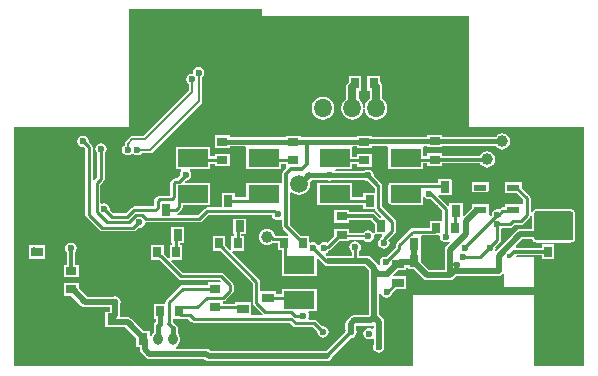
<source format=gbr>
%TF.GenerationSoftware,Altium Limited,Altium Designer,19.0.11 (319)*%
G04 Layer_Physical_Order=2*
G04 Layer_Color=16711680*
%FSLAX26Y26*%
%MOIN*%
%TF.FileFunction,Copper,L2,Bot,Signal*%
%TF.Part,Single*%
G01*
G75*
%TA.AperFunction,SMDPad,CuDef*%
%ADD29R,0.035433X0.027559*%
%ADD30R,0.027559X0.035433*%
%ADD32R,0.038433X0.030000*%
%ADD33R,0.030000X0.038433*%
%TA.AperFunction,Conductor*%
%ADD38C,0.007874*%
%ADD39C,0.019685*%
%ADD40C,0.009842*%
%ADD41C,0.011811*%
%ADD42C,0.015748*%
%ADD43C,0.012992*%
%TA.AperFunction,ComponentPad*%
%ADD46O,0.059055X0.062992*%
%ADD47R,0.051181X0.068898*%
%ADD48R,0.059055X0.059055*%
%ADD49C,0.059055*%
%ADD50R,0.040000X0.031496*%
%ADD51O,0.040000X0.031496*%
%TA.AperFunction,SMDPad,CuDef*%
%ADD52C,0.015000*%
%TA.AperFunction,ComponentPad*%
%ADD53O,0.031496X0.040000*%
%ADD54R,0.031496X0.040000*%
%ADD55O,0.035433X0.076772*%
%ADD56O,0.041339X0.061024*%
%TA.AperFunction,ViaPad*%
%ADD57C,0.157480*%
%ADD58C,0.015748*%
%ADD59C,0.023622*%
%TA.AperFunction,TestPad*%
%ADD60C,0.023622*%
%ADD61C,0.039370*%
%TA.AperFunction,ViaPad*%
%ADD62C,0.017716*%
%TA.AperFunction,SMDPad,CuDef*%
%ADD63R,0.043307X0.023622*%
%ADD64R,0.031496X0.039370*%
%ADD65R,0.039370X0.031496*%
%ADD66R,0.102362X0.059055*%
%TA.AperFunction,Conductor*%
%ADD67C,0.027559*%
%ADD68C,0.013780*%
G36*
X831693Y1172244D02*
X1520669D01*
Y802165D01*
X1730724D01*
X1731038Y802452D01*
X1904528Y802165D01*
Y636811D01*
Y206719D01*
X1904530Y206715D01*
X1904531Y206716D01*
X1904534Y45296D01*
X1904528Y45289D01*
Y4921D01*
X1736220D01*
Y41500D01*
X1736018Y215292D01*
X1736220Y215474D01*
Y240157D01*
X1332677D01*
Y4921D01*
X109429D01*
X106754Y4385D01*
X86126Y3844D01*
X78770Y4921D01*
X4921D01*
Y42921D01*
X4635Y43236D01*
X4635D01*
Y204796D01*
X4921Y205110D01*
Y628362D01*
X4635Y628676D01*
X4921Y802165D01*
X388779D01*
Y1195866D01*
X831693D01*
Y1172244D01*
D02*
G37*
%LPC*%
G36*
X1223031Y971654D02*
X1181299D01*
Y948905D01*
X1180890Y946850D01*
Y942913D01*
X1181299Y940858D01*
Y922047D01*
X1189355D01*
Y895574D01*
X1184516Y891861D01*
X1178648Y884213D01*
X1174958Y875306D01*
X1173833Y866756D01*
X1173700Y865748D01*
X1168820D01*
X1168687Y866756D01*
X1167561Y875306D01*
X1163872Y884213D01*
X1158003Y891861D01*
X1152377Y896178D01*
Y922047D01*
X1161220D01*
Y940858D01*
X1161629Y942913D01*
Y946850D01*
X1161220Y948905D01*
Y971654D01*
X1119488D01*
Y952135D01*
X1116059Y948705D01*
X1111447Y941803D01*
X1109827Y933662D01*
Y894970D01*
X1105776Y891861D01*
X1099907Y884213D01*
X1096218Y875306D01*
X1094960Y865748D01*
Y861811D01*
X1096218Y852253D01*
X1099907Y843346D01*
X1105776Y835697D01*
X1113425Y829829D01*
X1122332Y826139D01*
X1131890Y824881D01*
X1141448Y826139D01*
X1150355Y829829D01*
X1158003Y835697D01*
X1163872Y843346D01*
X1167561Y852253D01*
X1168687Y860803D01*
X1168820Y861811D01*
X1173700D01*
X1173833Y860803D01*
X1174958Y852253D01*
X1178648Y843346D01*
X1184516Y835697D01*
X1192165Y829829D01*
X1201072Y826139D01*
X1210630Y824881D01*
X1220188Y826139D01*
X1229095Y829829D01*
X1236743Y835697D01*
X1242612Y843346D01*
X1246302Y852253D01*
X1247560Y861811D01*
Y865748D01*
X1246302Y875306D01*
X1242612Y884213D01*
X1236743Y891861D01*
X1231905Y895574D01*
Y934449D01*
X1230285Y942590D01*
X1225674Y949492D01*
X1223031Y952135D01*
Y971654D01*
D02*
G37*
G36*
X1033465Y902678D02*
X1023907Y901420D01*
X1015000Y897730D01*
X1007352Y891861D01*
X1001483Y884213D01*
X997793Y875306D01*
X996535Y865748D01*
Y861811D01*
X997793Y852253D01*
X1001483Y843346D01*
X1007352Y835697D01*
X1015000Y829829D01*
X1023907Y826139D01*
X1033465Y824881D01*
X1043023Y826139D01*
X1051930Y829829D01*
X1059579Y835697D01*
X1065447Y843346D01*
X1069137Y852253D01*
X1070395Y861811D01*
Y865748D01*
X1069137Y875306D01*
X1065447Y884213D01*
X1059579Y891861D01*
X1051930Y897730D01*
X1043023Y901420D01*
X1033465Y902678D01*
D02*
G37*
G36*
X1631398Y780054D02*
X1624409Y779134D01*
X1617897Y776437D01*
X1612304Y772145D01*
X1609848Y768945D01*
X1430315D01*
Y775197D01*
X1380709D01*
Y768108D01*
X1196063D01*
Y772244D01*
X1146457D01*
Y766632D01*
X958858D01*
Y772244D01*
X909252D01*
Y767124D01*
X722638D01*
Y773228D01*
X673032D01*
Y731496D01*
X722638D01*
Y736616D01*
X774652D01*
X778346Y733464D01*
Y660236D01*
X894882D01*
Y677324D01*
X909252D01*
Y668701D01*
X909252D01*
X911145Y664130D01*
X901854Y654839D01*
X898982Y650542D01*
X897974Y645472D01*
X897974Y645472D01*
Y619074D01*
X894882Y615354D01*
X778346D01*
Y566377D01*
X741338D01*
Y579921D01*
X695669D01*
Y532912D01*
X647638D01*
X642953Y531980D01*
X638981Y529326D01*
X616976Y507322D01*
X547554D01*
X547008Y512311D01*
X550980Y514965D01*
X562791Y526776D01*
X565445Y530748D01*
X566377Y535433D01*
Y542126D01*
X658661D01*
Y615354D01*
X575218D01*
X573122Y620300D01*
X575235Y622611D01*
X575816Y622496D01*
X583189Y623962D01*
X589440Y628139D01*
X593617Y634390D01*
X595083Y641764D01*
X593617Y649137D01*
X589541Y655236D01*
X589719Y656163D01*
X591184Y660236D01*
X658661D01*
Y678308D01*
X673032D01*
Y669685D01*
X722638D01*
Y711417D01*
X673032D01*
Y702794D01*
X658661D01*
Y733465D01*
X542126D01*
Y660236D01*
X560447D01*
X561912Y656163D01*
X562090Y655236D01*
X558014Y649137D01*
X556548Y641764D01*
X556872Y640134D01*
X547091Y630353D01*
X541339D01*
X536653Y629421D01*
X532682Y626767D01*
X527996Y622082D01*
X525342Y618110D01*
X524410Y613425D01*
Y572282D01*
X489173D01*
X484488Y571351D01*
X480516Y568697D01*
X474611Y562791D01*
X471957Y558819D01*
X471025Y554134D01*
Y537205D01*
X470079Y536259D01*
X404382D01*
X399696Y535327D01*
X395724Y532673D01*
X375822Y512771D01*
X335252D01*
X322093Y525930D01*
X322417Y527559D01*
X320951Y534933D01*
X316774Y541183D01*
X310523Y545360D01*
X303150Y546827D01*
X296574Y545519D01*
X291574Y547912D01*
Y608604D01*
X301964Y618994D01*
X304618Y622966D01*
X305550Y627651D01*
Y712815D01*
X306932Y713738D01*
X311108Y719989D01*
X312575Y727362D01*
X311108Y734736D01*
X306932Y740987D01*
X300681Y745163D01*
X293307Y746630D01*
X285934Y745163D01*
X279683Y740987D01*
X275506Y734736D01*
X274039Y727362D01*
X275506Y719989D01*
X279683Y713738D01*
X281064Y712815D01*
Y632723D01*
X271180Y622838D01*
X269079Y623139D01*
X266180Y624607D01*
Y733268D01*
X265248Y737953D01*
X262594Y741925D01*
X253196Y751323D01*
X253520Y752953D01*
X252053Y760326D01*
X247876Y766577D01*
X241625Y770754D01*
X234252Y772221D01*
X226879Y770754D01*
X220628Y766577D01*
X216451Y760326D01*
X214984Y752953D01*
X216451Y745579D01*
X220628Y739328D01*
X226879Y735152D01*
X234252Y733685D01*
X235881Y734009D01*
X241694Y728197D01*
Y509350D01*
X242626Y504665D01*
X245280Y500693D01*
X289079Y456894D01*
X293051Y454240D01*
X297736Y453308D01*
X401394D01*
X406079Y454240D01*
X410051Y456894D01*
X417838Y464681D01*
X421260Y464000D01*
X428633Y465467D01*
X434884Y469643D01*
X439061Y475894D01*
X439635Y478779D01*
X443134Y482836D01*
X445152Y482836D01*
X622047D01*
X626732Y483768D01*
X630704Y486422D01*
X652709Y508426D01*
X863849D01*
X865073Y502272D01*
X869250Y496021D01*
X875500Y491844D01*
X882874Y490378D01*
X890247Y491844D01*
X892974Y493666D01*
X897974Y490994D01*
Y470079D01*
X897974Y470079D01*
X898982Y465009D01*
X901854Y460712D01*
X918773Y443793D01*
X916860Y439173D01*
X897442D01*
X896260Y439408D01*
X873739D01*
X873523Y441044D01*
X870826Y447556D01*
X866535Y453149D01*
X860942Y457440D01*
X854430Y460138D01*
X847441Y461058D01*
X840452Y460138D01*
X833940Y457440D01*
X828347Y453149D01*
X824056Y447556D01*
X821358Y441044D01*
X820438Y434055D01*
X821358Y427066D01*
X824056Y420554D01*
X828347Y414961D01*
X833940Y410670D01*
X840452Y407973D01*
X847441Y407053D01*
X854430Y407973D01*
X860942Y410670D01*
X866535Y414961D01*
X866602Y415050D01*
X867242Y414922D01*
X884252D01*
Y389567D01*
X896222D01*
Y367126D01*
X896457Y365944D01*
Y305906D01*
X1012992D01*
Y361348D01*
X1017611Y363261D01*
X1034924Y345949D01*
X1034925Y345948D01*
X1037039Y344535D01*
X1037992Y343110D01*
X1043591Y339368D01*
X1050197Y338054D01*
X1174937D01*
X1187464Y325528D01*
Y175177D01*
X1186043Y173757D01*
X1137516D01*
X1130910Y172443D01*
X1125310Y168701D01*
X1113779Y157170D01*
X1110037Y151570D01*
X1108724Y144965D01*
Y128657D01*
X1109463Y124941D01*
X1109167Y124499D01*
X1107920Y118231D01*
X1044352Y54662D01*
X659688D01*
X656869Y57481D01*
X651269Y61223D01*
X644664Y62536D01*
X542920D01*
X542427Y67537D01*
X542768Y67604D01*
X550321Y72651D01*
X555368Y80204D01*
X557140Y89114D01*
Y97618D01*
X555368Y106528D01*
X550321Y114081D01*
X549506Y114626D01*
Y131631D01*
X548345Y137468D01*
X545038Y142417D01*
X540089Y145723D01*
X539659Y145809D01*
X532912Y152555D01*
Y162205D01*
X560235D01*
X561417Y161970D01*
X585063D01*
X594756Y152276D01*
X598728Y149622D01*
X603413Y148690D01*
X923563D01*
X934256Y137996D01*
X938228Y135342D01*
X942913Y134411D01*
X999850D01*
X1014521Y119740D01*
X1014197Y118110D01*
X1015663Y110737D01*
X1019840Y104486D01*
X1026091Y100309D01*
X1033465Y98842D01*
X1040838Y100309D01*
X1047089Y104486D01*
X1051266Y110737D01*
X1052732Y118110D01*
X1051266Y125484D01*
X1047089Y131735D01*
X1040838Y135911D01*
X1033465Y137378D01*
X1031835Y137054D01*
X1013578Y155311D01*
X1009606Y157965D01*
X1004921Y158897D01*
X987617D01*
X985260Y163306D01*
X986305Y164871D01*
X987772Y172244D01*
X986305Y179618D01*
X984182Y182795D01*
X986854Y187795D01*
X1012992D01*
Y261024D01*
X896457D01*
Y243542D01*
X877165D01*
Y254134D01*
X824251D01*
Y285039D01*
X823319Y289724D01*
X820665Y293696D01*
X730779Y383583D01*
X732850Y388583D01*
X770275D01*
Y438189D01*
X761652D01*
Y443701D01*
X778740D01*
Y497244D01*
X733071D01*
Y443701D01*
X737166D01*
Y438189D01*
X728543D01*
Y392889D01*
X723543Y390818D01*
X708465Y405897D01*
Y438189D01*
X666732D01*
Y388583D01*
X691150D01*
X799765Y279968D01*
Y216043D01*
X800697Y211358D01*
X803351Y207386D01*
X832561Y178176D01*
X831836Y175010D01*
X830642Y173176D01*
X794488D01*
Y216732D01*
X740945D01*
Y212637D01*
X699016D01*
Y220041D01*
X700787D01*
X705473Y220972D01*
X709444Y223626D01*
X732082Y246264D01*
X734736Y250236D01*
X735668Y254921D01*
Y274606D01*
X734736Y279291D01*
X732082Y283263D01*
X703539Y311807D01*
X699567Y314461D01*
X694882Y315393D01*
X566685D01*
X528626Y353452D01*
X530540Y358071D01*
X564567D01*
Y407677D01*
X555944D01*
Y414173D01*
X572047D01*
Y467717D01*
X526378D01*
Y414173D01*
X531458D01*
Y407677D01*
X522835D01*
Y365776D01*
X518215Y363863D01*
X503342Y378736D01*
X502756Y379128D01*
Y407677D01*
X461024D01*
Y358071D01*
X489378D01*
X552957Y294493D01*
X556929Y291839D01*
X561614Y290907D01*
X689711D01*
X692519Y287489D01*
X690625Y283071D01*
X649409D01*
Y274448D01*
X566339D01*
X561653Y273516D01*
X557682Y270862D01*
X512012Y225192D01*
X509358Y221221D01*
X508426Y216535D01*
Y211811D01*
X469882D01*
Y162205D01*
X475494D01*
Y151988D01*
X473466Y149959D01*
X470159Y145011D01*
X468998Y139173D01*
Y115152D01*
X467395Y114081D01*
X462349Y106528D01*
X461693Y103232D01*
X456693Y103724D01*
Y120453D01*
X436438D01*
X394611Y162280D01*
X389011Y166022D01*
X382406Y167336D01*
X360858D01*
X356755Y172336D01*
X356926Y173197D01*
Y209239D01*
X357466Y210048D01*
X358933Y217421D01*
X357466Y224795D01*
X353290Y231046D01*
X347039Y235222D01*
X339665Y236689D01*
X332292Y235222D01*
X331483Y234682D01*
X247996D01*
X219685Y262993D01*
Y280315D01*
X170079D01*
Y238583D01*
X195275D01*
X228641Y205216D01*
X234241Y201474D01*
X240846Y200161D01*
X322405D01*
Y185752D01*
X308047D01*
Y133146D01*
X333624D01*
X335291Y132814D01*
X375256D01*
X411024Y97046D01*
Y66279D01*
X422503D01*
Y60118D01*
X423817Y53513D01*
X427559Y47913D01*
X442401Y33071D01*
X448001Y29329D01*
X454606Y28015D01*
X637514D01*
X640333Y25196D01*
X645933Y21455D01*
X652538Y20141D01*
X1047244D01*
X1053850Y21455D01*
X1059449Y25196D01*
X1063191Y30796D01*
X1063787Y33792D01*
X1128073Y98078D01*
X1134342Y99325D01*
X1140593Y103502D01*
X1144770Y109752D01*
X1146236Y117126D01*
X1144770Y124499D01*
X1142957Y127212D01*
X1143245Y128657D01*
Y137815D01*
X1144665Y139235D01*
X1193193D01*
X1197777Y140147D01*
X1202777Y136984D01*
Y131067D01*
X1197777Y128394D01*
X1195366Y130006D01*
X1187992Y131472D01*
X1180619Y130006D01*
X1174368Y125829D01*
X1170191Y119578D01*
X1168724Y112205D01*
X1170191Y104831D01*
X1174368Y98580D01*
X1180619Y94404D01*
X1187992Y92937D01*
X1195366Y94404D01*
X1197777Y96015D01*
X1202777Y93343D01*
Y76919D01*
X1201687Y75287D01*
X1200220Y67913D01*
X1201687Y60540D01*
X1205864Y54289D01*
X1212115Y50112D01*
X1219488Y48646D01*
X1226862Y50112D01*
X1233113Y54289D01*
X1237289Y60540D01*
X1238756Y67913D01*
X1237299Y75238D01*
Y152714D01*
X1235985Y159319D01*
X1232243Y164919D01*
X1221985Y175177D01*
Y244294D01*
X1222913Y248910D01*
X1222914Y248910D01*
Y248910D01*
X1226985Y249311D01*
X1227099Y248741D01*
X1228032Y244049D01*
X1232209Y237798D01*
X1238460Y233621D01*
X1245833Y232155D01*
X1253207Y233621D01*
X1259457Y237798D01*
X1263634Y244049D01*
X1264655Y249179D01*
X1275460Y259984D01*
X1310752D01*
Y304157D01*
X1269989D01*
X1267918Y309157D01*
X1282556Y323795D01*
X1310752D01*
Y332353D01*
X1316677D01*
Y327043D01*
X1336440D01*
X1368602Y294881D01*
X1374202Y291140D01*
X1380807Y289826D01*
X1456693D01*
X1463298Y291140D01*
X1468898Y294881D01*
X1478606Y304590D01*
X1618886D01*
X1625492Y305904D01*
X1631091Y309645D01*
X1633779Y313668D01*
X1638779Y312151D01*
Y268307D01*
X1736614Y268307D01*
X1736614Y366142D01*
X1680836Y366142D01*
X1678332Y371142D01*
X1679569Y372797D01*
X1763189D01*
Y360195D01*
X1804921D01*
Y409801D01*
X1763189D01*
Y399290D01*
X1678216D01*
X1676144Y404290D01*
X1698295Y426440D01*
X1731650D01*
X1732712Y423876D01*
X1732712Y423876D01*
X1732713Y423875D01*
X1733500Y422697D01*
X1734278Y421532D01*
X1734279Y421532D01*
X1734279Y421531D01*
X1736494Y419317D01*
X1738839Y417750D01*
X1741734Y416552D01*
X1741734Y416552D01*
X1741735Y416551D01*
X1743060Y416288D01*
X1744499Y416002D01*
X1744499Y416002D01*
X1744500Y416002D01*
X1746066Y416003D01*
X1860236Y416003D01*
X1861181Y416191D01*
X1862142Y416259D01*
X1866633Y417487D01*
X1867043Y417692D01*
X1867492Y417781D01*
X1868293Y418316D01*
X1869155Y418747D01*
X1869455Y419093D01*
X1869836Y419348D01*
X1872021Y421532D01*
X1872021Y421532D01*
X1872021Y421533D01*
X1872995Y422990D01*
X1873587Y423876D01*
Y423876D01*
X1873587Y423877D01*
X1874786Y426771D01*
X1874786Y426772D01*
X1874786Y426772D01*
X1875062Y428162D01*
X1875335Y429536D01*
X1875335Y429537D01*
X1875335Y429537D01*
X1875335Y431103D01*
X1875336Y506200D01*
X1875336Y506200D01*
X1875336Y506201D01*
X1875335Y510827D01*
X1875169Y511661D01*
X1875136Y512511D01*
X1874019Y517167D01*
X1873780Y517686D01*
X1873669Y518247D01*
X1873288Y519166D01*
X1871722Y521510D01*
X1868953Y524279D01*
X1866610Y525846D01*
X1866609Y525846D01*
X1862992Y527344D01*
X1862991Y527344D01*
X1862991Y527345D01*
X1861977Y527546D01*
X1860227Y527894D01*
X1860226Y527894D01*
X1860226Y527894D01*
X1858268Y527894D01*
X1746062Y527893D01*
X1746061Y527893D01*
X1744497Y527893D01*
X1744496Y527893D01*
X1744496Y527893D01*
X1743319Y527659D01*
X1741732Y527344D01*
X1741731Y527343D01*
X1741731Y527343D01*
X1738837Y526145D01*
X1736493Y524579D01*
X1734279Y522364D01*
X1734278Y522364D01*
X1732712Y520020D01*
X1731513Y517126D01*
X1731212Y515612D01*
X1730964Y514361D01*
X1730964Y512795D01*
X1730964Y460962D01*
X1691145D01*
X1684540Y459648D01*
X1678940Y455906D01*
X1611145Y388112D01*
X1607262Y391299D01*
X1607368Y391458D01*
X1608835Y398832D01*
X1608511Y400461D01*
X1623815Y415765D01*
X1626469Y419737D01*
X1627400Y424422D01*
Y461831D01*
X1628782Y462754D01*
X1629705Y464135D01*
X1656496D01*
X1661181Y465067D01*
X1665153Y467721D01*
X1671410Y473978D01*
X1692357D01*
X1697042Y474909D01*
X1701014Y477563D01*
X1722240Y498789D01*
X1724894Y502761D01*
X1725826Y507447D01*
Y563756D01*
X1724894Y568441D01*
X1722240Y572413D01*
X1696827Y597826D01*
Y618307D01*
X1639347D01*
Y580512D01*
X1679513D01*
X1701340Y558685D01*
Y544680D01*
X1696827Y543504D01*
Y543504D01*
X1639347D01*
Y532900D01*
X1631669D01*
X1626984Y531968D01*
X1623012Y529314D01*
X1619897Y526199D01*
X1615158Y527142D01*
X1607784Y525675D01*
X1601533Y521498D01*
X1597356Y515247D01*
X1595948Y508168D01*
X1593369Y505589D01*
X1591468Y505587D01*
X1586591Y510450D01*
Y543504D01*
X1529110D01*
Y530119D01*
X1504816Y505825D01*
X1500197Y507738D01*
Y546457D01*
X1454527D01*
Y540063D01*
X1449527Y537991D01*
X1416789Y570731D01*
X1418999Y575591D01*
X1421350Y575591D01*
X1462795D01*
Y629134D01*
X1417126D01*
Y615590D01*
X1333661D01*
X1332479Y615354D01*
X1250787D01*
Y542126D01*
X1367323D01*
Y567089D01*
X1372323Y568606D01*
X1374655Y565116D01*
X1380906Y560939D01*
X1388279Y559472D01*
X1392565Y560325D01*
X1430670Y522220D01*
Y489370D01*
X1391142D01*
Y464015D01*
X1333358D01*
X1328673Y463083D01*
X1324701Y460429D01*
X1323606Y458789D01*
X1321966Y457694D01*
X1279066Y414794D01*
X1276412Y410822D01*
X1275480Y406137D01*
Y400971D01*
X1243034Y368526D01*
X1242187Y368694D01*
X1234813Y367228D01*
X1228562Y363051D01*
X1224386Y356800D01*
X1222919Y349426D01*
X1224385Y342053D01*
X1220038Y340230D01*
X1216930Y344882D01*
X1194292Y367520D01*
X1188692Y371262D01*
X1182087Y372576D01*
X1153294D01*
Y386043D01*
X1154676Y386966D01*
X1158852Y393217D01*
X1160319Y400591D01*
X1158852Y407964D01*
X1154676Y414215D01*
X1148425Y418392D01*
X1141051Y419858D01*
X1133678Y418392D01*
X1127427Y414215D01*
X1123250Y407964D01*
X1121783Y400591D01*
X1123250Y393217D01*
X1127427Y386966D01*
X1128808Y386043D01*
Y372576D01*
X1050197D01*
X1046499Y371840D01*
X1042636Y375704D01*
X1044088Y380488D01*
X1045759Y380821D01*
X1052010Y384998D01*
X1055146Y389691D01*
X1056436Y389947D01*
X1060408Y392601D01*
X1087984Y420177D01*
X1120275D01*
Y425768D01*
X1169822D01*
X1171415Y423384D01*
X1177666Y419207D01*
X1185039Y417740D01*
X1192413Y419207D01*
X1198664Y423384D01*
X1202841Y429634D01*
X1204307Y437008D01*
X1203832Y439397D01*
X1208074Y443701D01*
X1229303D01*
X1231216Y439082D01*
X1227563Y435429D01*
X1224909Y431457D01*
X1224465Y429223D01*
X1222656Y428015D01*
X1218480Y421764D01*
X1217013Y414390D01*
X1218480Y407017D01*
X1222656Y400766D01*
X1228907Y396589D01*
X1236281Y395123D01*
X1243654Y396589D01*
X1249905Y400766D01*
X1254082Y407017D01*
X1255549Y414390D01*
X1254082Y421764D01*
X1251857Y425094D01*
X1273421Y446658D01*
X1276075Y450630D01*
X1277007Y455315D01*
Y484252D01*
X1276075Y488937D01*
X1273421Y492909D01*
X1230747Y535583D01*
Y599285D01*
X1231751Y604331D01*
X1230742Y609400D01*
X1227871Y613697D01*
X1202250Y639318D01*
X1202339Y639764D01*
X1200872Y647137D01*
X1196695Y653388D01*
X1190444Y657565D01*
X1183071Y659032D01*
X1175697Y657565D01*
X1171885Y655018D01*
X1074903D01*
X1074747Y655236D01*
X1077327Y660236D01*
X1131102D01*
Y677324D01*
X1146457D01*
Y668701D01*
X1196063D01*
Y710433D01*
X1146457D01*
Y701810D01*
X1131102D01*
Y733464D01*
X1135001Y736124D01*
X1146457D01*
Y730512D01*
X1196063D01*
Y737601D01*
X1248702D01*
X1250787Y733465D01*
X1250787Y732601D01*
Y660236D01*
X1367323D01*
Y680277D01*
X1380709D01*
Y671654D01*
X1430315D01*
Y679470D01*
X1556517D01*
X1556541Y679412D01*
X1560832Y673820D01*
X1566424Y669528D01*
X1572937Y666831D01*
X1579926Y665911D01*
X1586914Y666831D01*
X1593427Y669528D01*
X1599019Y673820D01*
X1603311Y679412D01*
X1606008Y685924D01*
X1606928Y692913D01*
X1606008Y699902D01*
X1603311Y706415D01*
X1599019Y712007D01*
X1593427Y716298D01*
X1586914Y718996D01*
X1579926Y719916D01*
X1572937Y718996D01*
X1566424Y716298D01*
X1560832Y712007D01*
X1556541Y706415D01*
X1556354Y705963D01*
X1430315D01*
Y713386D01*
X1380709D01*
Y704763D01*
X1367323D01*
Y732601D01*
X1367323Y733465D01*
X1369409Y737601D01*
X1380709D01*
Y733465D01*
X1430315D01*
Y738438D01*
X1608867D01*
X1612304Y733958D01*
X1617897Y729667D01*
X1624409Y726969D01*
X1631398Y726049D01*
X1638387Y726969D01*
X1644899Y729667D01*
X1650492Y733958D01*
X1654783Y739551D01*
X1657480Y746063D01*
X1658400Y753052D01*
X1657480Y760041D01*
X1654783Y766553D01*
X1650492Y772145D01*
X1644899Y776437D01*
X1638387Y779134D01*
X1631398Y780054D01*
D02*
G37*
G36*
X619095Y1001551D02*
X611721Y1000085D01*
X605470Y995908D01*
X601293Y989657D01*
X599827Y982284D01*
X596290Y978685D01*
X590067Y977447D01*
X583817Y973270D01*
X579640Y967019D01*
X578173Y959646D01*
X579640Y952272D01*
X583817Y946021D01*
X586201Y944428D01*
Y922963D01*
X434321Y771082D01*
X397638D01*
X393337Y770226D01*
X389690Y767790D01*
X375911Y754011D01*
X373474Y750364D01*
X372619Y746063D01*
Y741269D01*
X369250Y739018D01*
X365073Y732767D01*
X363606Y725394D01*
X365073Y718020D01*
X369250Y711769D01*
X375500Y707593D01*
X382874Y706126D01*
X390248Y707593D01*
X396498Y711769D01*
X396614Y711942D01*
X401614D01*
X401730Y711769D01*
X407981Y707593D01*
X415354Y706126D01*
X422728Y707593D01*
X428979Y711769D01*
X430572Y714154D01*
X458661D01*
X462963Y715010D01*
X466609Y717446D01*
X628223Y879060D01*
X630659Y882707D01*
X631515Y887008D01*
Y967855D01*
X632719Y968659D01*
X636896Y974910D01*
X638362Y982284D01*
X636896Y989657D01*
X632719Y995908D01*
X626468Y1000085D01*
X619095Y1001551D01*
D02*
G37*
G36*
X1586591Y618307D02*
X1529110D01*
Y580512D01*
X1586591D01*
Y618307D01*
D02*
G37*
G36*
X71555Y407656D02*
X68695Y407087D01*
X52638D01*
Y361417D01*
X106811D01*
Y407087D01*
X74415D01*
X71555Y407656D01*
D02*
G37*
G36*
X192913Y415921D02*
X185540Y414455D01*
X179289Y410278D01*
X175112Y404027D01*
X173646Y396654D01*
X175112Y389280D01*
X179289Y383029D01*
X179648Y382789D01*
Y342126D01*
X170079D01*
Y300394D01*
X219685D01*
Y342126D01*
X208148D01*
Y385439D01*
X210714Y389280D01*
X212181Y396654D01*
X210714Y404027D01*
X206538Y410278D01*
X200287Y414455D01*
X192913Y415921D01*
D02*
G37*
%LPD*%
G36*
X1175697Y621963D02*
X1183071Y620496D01*
X1183516Y620585D01*
X1206261Y597840D01*
Y579921D01*
X1168110D01*
Y566377D01*
X1131102D01*
Y615354D01*
X1014567D01*
Y542126D01*
X1096258D01*
X1097441Y541891D01*
X1168110D01*
Y526378D01*
X1207083D01*
X1207193Y525827D01*
X1209847Y521855D01*
X1227909Y503793D01*
X1226100Y498531D01*
X1223305Y498184D01*
X1208186Y513304D01*
X1203888Y516175D01*
X1198819Y517184D01*
X1198818Y517184D01*
X1120275D01*
Y523720D01*
X1070669D01*
Y481988D01*
X1120275D01*
Y490690D01*
X1193332D01*
X1205512Y478511D01*
Y449383D01*
X1200512Y447867D01*
X1198664Y450632D01*
X1192413Y454809D01*
X1185039Y456276D01*
X1177666Y454809D01*
X1171415Y450632D01*
X1169822Y448248D01*
X1120275D01*
Y461909D01*
X1070669D01*
Y437491D01*
X1048062Y414884D01*
X1045759Y416423D01*
X1038386Y417890D01*
X1031012Y416423D01*
X1024761Y412246D01*
X1022692Y409149D01*
X1016678D01*
X1014609Y412246D01*
X1008358Y416423D01*
X1000984Y417890D01*
X993611Y416423D01*
X992205Y415484D01*
X987795Y417841D01*
Y439173D01*
X960860D01*
X924467Y475566D01*
Y582128D01*
X929467Y584482D01*
X935275Y580026D01*
X944182Y576336D01*
X953740Y575078D01*
X963298Y576336D01*
X972205Y580026D01*
X979854Y585894D01*
X985722Y593543D01*
X989412Y602450D01*
X990670Y612008D01*
X990043Y616774D01*
X997778Y624510D01*
X1047862D01*
X1048729Y623931D01*
X1056102Y622465D01*
X1063476Y623931D01*
X1064342Y624510D01*
X1171885D01*
X1175697Y621963D01*
D02*
G37*
G36*
X1863844Y519170D02*
X1866612Y516401D01*
X1866993Y515482D01*
X1868110Y510826D01*
X1868110Y506200D01*
X1868110Y431102D01*
X1868110Y429536D01*
X1866911Y426641D01*
X1864727Y424457D01*
X1860236Y423228D01*
X1746064Y423228D01*
X1744498Y423228D01*
X1741603Y424426D01*
X1739388Y426641D01*
X1738189Y429535D01*
X1738189Y431102D01*
X1738189Y512795D01*
X1738189Y514361D01*
X1739388Y517255D01*
X1741602Y519469D01*
X1744496Y520668D01*
X1746062Y520668D01*
X1746062Y520668D01*
X1858268Y520669D01*
X1860226Y520669D01*
X1863844Y519170D01*
D02*
G37*
G36*
X1423646Y436024D02*
X1425112Y428650D01*
X1429289Y422399D01*
X1435540Y418223D01*
X1442913Y416756D01*
X1450287Y418223D01*
X1454550Y421071D01*
X1457738Y417188D01*
X1444488Y403938D01*
X1440746Y398338D01*
X1439432Y391732D01*
Y343504D01*
Y324347D01*
X1387957D01*
X1360850Y351454D01*
Y379649D01*
X1360851D01*
Y384130D01*
X1360850D01*
Y436736D01*
X1364694Y439529D01*
X1403150D01*
X1404332Y439764D01*
X1420576D01*
X1423646Y436024D01*
D02*
G37*
D29*
X194882Y259449D02*
D03*
Y321260D02*
D03*
X1095472Y441043D02*
D03*
Y502854D02*
D03*
X674213Y200394D02*
D03*
Y262205D02*
D03*
X1405512Y754331D02*
D03*
Y692520D02*
D03*
X1171260Y689567D02*
D03*
Y751378D02*
D03*
X934055D02*
D03*
Y689567D02*
D03*
X697835Y690551D02*
D03*
Y752362D02*
D03*
D30*
X1140354Y946850D02*
D03*
X1202165D02*
D03*
X1784055Y384998D02*
D03*
X1845866D02*
D03*
X552559Y187008D02*
D03*
X490748D02*
D03*
X1473819Y464567D02*
D03*
X1412008D02*
D03*
X749409Y413386D02*
D03*
X687598D02*
D03*
X481890Y382874D02*
D03*
X543701D02*
D03*
X966929Y414370D02*
D03*
X905118D02*
D03*
D32*
X1284449Y282071D02*
D03*
Y345882D02*
D03*
D33*
X1402575Y410433D02*
D03*
X1338764D02*
D03*
X1402575Y353346D02*
D03*
X1338764D02*
D03*
X266323Y159449D02*
D03*
X330134D02*
D03*
D38*
X1509167Y579725D02*
X1582765D01*
X1717608Y714567D01*
X1759076D01*
X1763114D01*
X1462599Y790354D02*
X1479331D01*
X1683289D01*
X183736Y35433D02*
X415558D01*
X77756Y531496D02*
Y703740D01*
X1091535Y441043D02*
X1095571Y437008D01*
X1091535Y441043D02*
X1095472D01*
X1095571Y437008D02*
X1185039D01*
X1153543Y468504D02*
Y470473D01*
X995276D02*
X1153543D01*
X953740Y512008D02*
X995276Y470473D01*
X1373099Y425218D02*
X1386790D01*
X1401575Y410433D01*
Y353346D02*
Y410433D01*
X438904Y12087D02*
X1319882D01*
X415558Y35433D02*
X438904Y12087D01*
X95154Y124016D02*
X183736Y35433D01*
X587992Y66142D02*
X995981D01*
X584252Y69882D02*
X587992Y66142D01*
X995981D02*
X999725Y69885D01*
X1003986D01*
X809055Y398622D02*
Y498032D01*
X773622Y363189D02*
X809055Y398622D01*
X1683289Y790354D02*
X1759076Y714567D01*
X1423228Y829725D02*
X1462599Y790354D01*
X1458970Y629921D02*
X1509167Y579725D01*
X1239173Y556778D02*
Y600702D01*
X1268392Y629921D01*
X1458970D01*
X28543Y335630D02*
Y422244D01*
Y245845D02*
Y335630D01*
X29921Y334252D01*
X79724D01*
X28543Y245845D02*
X88583Y185806D01*
Y124016D02*
Y185806D01*
X28543Y422244D02*
X77756Y471457D01*
Y531496D01*
Y703740D02*
X88583Y714567D01*
X77756Y531496D02*
X168307Y440945D01*
X70079Y342126D02*
X72835D01*
X383858Y653543D02*
Y676181D01*
X322835Y737205D02*
X383858Y676181D01*
X322835Y737205D02*
Y781496D01*
X378937D01*
X205390D02*
X322835D01*
X597441Y918307D02*
Y959646D01*
X438976Y759842D02*
X597441Y918307D01*
X397638Y759842D02*
X438976D01*
X378937Y781496D02*
X419291Y821850D01*
Y947835D01*
X478346Y1006890D01*
X138461Y714567D02*
X205390Y781496D01*
X620275Y887008D02*
Y981102D01*
X458661Y725394D02*
X620275Y887008D01*
X415354Y725394D02*
X458661D01*
X478346Y1016767D02*
Y1019685D01*
Y1006890D02*
Y1016767D01*
X383858Y726378D02*
Y746063D01*
X382874Y725394D02*
X383858Y726378D01*
Y746063D02*
X397638Y759842D01*
X88583Y714567D02*
X138461D01*
X889764Y1053543D02*
X1452756D01*
X1431102Y1031890D02*
X1452756Y1053543D01*
X1431102Y846457D02*
Y1031890D01*
X1423228Y838583D02*
X1431102Y846457D01*
X1763114Y714567D02*
X1820866D01*
X1423228Y829725D02*
Y838583D01*
X1239173Y556778D02*
X1254612Y541339D01*
X1255975D01*
X1268770Y528543D01*
X1273032D01*
X1393701D02*
X1402559Y519685D01*
X1273032Y528543D02*
X1393701D01*
X88583Y124016D02*
X108736Y144169D01*
X255260D01*
X267323Y156232D01*
Y159449D01*
X887795Y285433D02*
X1059055D01*
X1062008Y288386D01*
X810039Y363189D02*
X887795Y285433D01*
X773622Y363189D02*
X810039D01*
X708661Y498032D02*
X809055D01*
X696850Y486221D02*
X708661Y498032D01*
X692913Y486221D02*
X696850D01*
X681102Y474409D02*
X692913Y486221D01*
X681102Y470473D02*
Y474409D01*
X624016Y408465D02*
X763780Y268701D01*
X624016Y408465D02*
Y473425D01*
X678150D01*
X502952D02*
X624016D01*
X763780Y268701D02*
X767717D01*
X678150Y473425D02*
X681102Y470473D01*
X474409Y444882D02*
X502952Y473425D01*
X474409Y440945D02*
Y444882D01*
X168307Y440945D02*
X474409D01*
X88583Y124016D02*
X95154D01*
X619095Y982284D02*
X620275Y981102D01*
D39*
X1510827Y476378D02*
X1511580Y477131D01*
Y488178D01*
X1548008Y524606D01*
X1557850D01*
X1619639Y372195D02*
X1691145Y443701D01*
X1619639Y339336D02*
Y372195D01*
X1618886Y338583D02*
X1619639Y339336D01*
X1691145Y443701D02*
X1758661D01*
X1510827Y445866D02*
Y476378D01*
X1456693Y391732D02*
X1510827Y445866D01*
X1456693Y343504D02*
Y391732D01*
X1618886Y321851D02*
Y338583D01*
X1471457Y321851D02*
X1618886D01*
X1456693Y307087D02*
X1471457Y321851D01*
X382406Y150075D02*
X439764Y92716D01*
Y60118D02*
X454606Y45276D01*
X439764Y60118D02*
Y92716D01*
X652538Y37402D02*
X1047244D01*
X644664Y45276D02*
X652538Y37402D01*
X335291Y150075D02*
X382406D01*
X454606Y45276D02*
X644664D01*
X1219488Y67913D02*
X1220038Y68463D01*
Y152714D01*
X1204724Y168027D02*
X1220038Y152714D01*
X1193193Y156496D02*
X1204724Y168027D01*
X1758661Y443701D02*
X1759842Y444882D01*
X1246286Y311936D02*
X1279232Y344882D01*
X1456693Y307087D02*
Y343504D01*
X960866Y612008D02*
X988621Y639764D01*
X1336032Y349614D02*
X1339764Y353346D01*
X1289181Y349614D02*
X1336032D01*
X1284449Y344882D02*
X1289181Y349614D01*
X1338764Y367299D02*
Y409433D01*
X1216256Y312023D02*
X1248092D01*
X1204724Y323554D02*
X1216256Y312023D01*
X1141732Y355315D02*
X1182087D01*
X1050197D02*
X1141732D01*
X1095472Y502854D02*
X1096555Y503937D01*
X1228346Y470473D02*
Y474409D01*
X1204724Y323554D02*
Y332677D01*
X1182087Y355315D02*
X1204724Y332677D01*
X198819Y259449D02*
X240846Y217421D01*
X194882Y259449D02*
X198819D01*
X240846Y217421D02*
X339665D01*
Y173197D02*
Y217421D01*
X329134Y162665D02*
X339665Y173197D01*
X329134Y159449D02*
Y162665D01*
Y156232D02*
Y159449D01*
Y156232D02*
X335291Y150075D01*
X1125984Y144965D02*
X1137516Y156496D01*
X1125984Y128657D02*
Y144965D01*
X1137516Y156496D02*
X1193193D01*
X1204724Y168027D02*
Y323554D01*
X1279232Y344882D02*
X1284449D01*
X1380807Y307087D02*
X1456693D01*
X1338764Y409433D02*
X1339764Y410433D01*
Y348130D02*
X1380807Y307087D01*
X1339764Y348130D02*
Y353346D01*
D40*
X1615158Y507874D02*
X1618886D01*
X1631669Y520657D01*
X1664137D01*
X1668087Y524606D01*
X1713583Y507447D02*
Y563756D01*
X1677929Y599409D02*
X1713583Y563756D01*
X1668087Y599409D02*
X1677929D01*
X1692357Y486221D02*
X1713583Y507447D01*
X1666339Y486221D02*
X1692357D01*
X1656496Y476378D02*
X1666339Y486221D01*
X1615158Y476378D02*
X1656496D01*
X1236281Y414390D02*
Y426711D01*
X1333358Y451772D02*
X1403150D01*
X1412008Y460630D01*
Y464567D01*
X1287723Y406137D02*
X1330623Y449036D01*
X1287723Y395900D02*
Y406137D01*
X1242187Y350364D02*
X1287723Y395900D01*
X1242187Y349426D02*
Y350364D01*
X1309055Y578740D02*
X1333661Y603346D01*
X1438976D01*
X1439961Y602362D01*
X1389872Y580333D02*
X1442913Y527291D01*
X1615158Y424422D02*
Y476378D01*
X1556877Y366142D02*
X1615158Y424422D01*
X1500984Y366142D02*
X1556877D01*
X1505906Y397638D02*
Y400811D01*
Y397638D02*
X1506086D01*
X530512Y560039D02*
X536654Y566181D01*
X489173Y560039D02*
X530512D01*
X483268Y554134D02*
X489173Y560039D01*
X483268Y532134D02*
Y554134D01*
X536654Y566181D02*
Y613425D01*
X541339Y618110D01*
X552162D01*
X443134Y495079D02*
X622047D01*
X475150Y524016D02*
X483268Y532134D01*
X404382Y524016D02*
X475150D01*
X330181Y500528D02*
X380894D01*
X303150Y527559D02*
X330181Y500528D01*
X313425Y483599D02*
X387906D01*
X279331Y517693D02*
X313425Y483599D01*
X387906D02*
X411394Y507087D01*
X297736Y465551D02*
X401394D01*
X419111Y483268D02*
X421260D01*
X401394Y465551D02*
X419111Y483268D01*
X253937Y509350D02*
X297736Y465551D01*
X411394Y507087D02*
X431126D01*
X380894Y500528D02*
X404382Y524016D01*
X431126Y507087D02*
X443134Y495079D01*
X622047D02*
X647638Y520669D01*
X552162Y618110D02*
X575816Y641764D01*
X279331Y517693D02*
Y613675D01*
X293307Y627651D01*
Y727362D01*
X812008Y216043D02*
X842028Y186024D01*
X927485D01*
X941264Y172244D01*
X968504D01*
X928634Y160933D02*
X942913Y146654D01*
X603413Y160933D02*
X928634D01*
X590134Y174213D02*
X603413Y160933D01*
X812008Y216043D02*
Y285039D01*
X561417Y174213D02*
X590134D01*
X847441Y434055D02*
X860352D01*
X867242Y427165D01*
X896260D01*
X905118Y418307D01*
Y414370D02*
Y418307D01*
X234252Y752953D02*
X253937Y733268D01*
X1218504Y530512D02*
X1264764Y484252D01*
Y455315D02*
Y484252D01*
X1236220Y426772D02*
X1264764Y455315D01*
X1236220Y426772D02*
X1236281Y426711D01*
X253937Y509350D02*
Y733268D01*
X1218504Y530512D02*
Y604331D01*
X647638Y520669D02*
X871850D01*
X882874Y509646D01*
X1456693Y343504D02*
X1479420D01*
X1480387Y342536D01*
X953740Y612008D02*
X960866D01*
X1245833Y247672D02*
X1281232Y283071D01*
X843898Y689567D02*
X934055D01*
X542323Y523622D02*
X554134Y535433D01*
X511811Y523622D02*
X542323D01*
X1141051Y355996D02*
X1141732Y355315D01*
X1141051Y355996D02*
Y400591D01*
X554134Y554134D02*
X578740Y578740D01*
X554134Y535433D02*
Y554134D01*
X578740Y578740D02*
X600394D01*
X1281232Y283071D02*
X1284449D01*
X1313386Y692520D02*
X1405512D01*
X1309055Y696850D02*
X1313386Y692520D01*
X1429134Y591535D02*
X1439961Y602362D01*
X1072835Y578740D02*
X1097441Y554134D01*
X1189961D01*
X1190945Y553150D01*
X1072835Y696850D02*
X1080118Y689567D01*
X1171260D01*
X836614Y696850D02*
X843898Y689567D01*
X749409Y413386D02*
Y463976D01*
X755905Y470473D01*
X812008Y554134D02*
X836614Y578740D01*
X719488Y554134D02*
X812008D01*
X718504Y553150D02*
X719488Y554134D01*
X606693Y690551D02*
X697835D01*
X600394Y696850D02*
X606693Y690551D01*
X543701Y435433D02*
X549212Y440945D01*
X543701Y382874D02*
Y435433D01*
X687598Y409449D02*
X812008Y285039D01*
X687598Y409449D02*
Y413386D01*
X933071Y342520D02*
X954724D01*
X908465Y367126D02*
X933071Y342520D01*
X908465Y367126D02*
Y411024D01*
X905118Y414370D02*
X908465Y411024D01*
X1038386Y398622D02*
X1041022Y401259D01*
X1051751D01*
X1091535Y441043D01*
X767717Y193898D02*
X777559D01*
X761221Y200394D02*
X767717Y193898D01*
X674213Y200394D02*
X761221D01*
X1221850Y463976D02*
X1228346Y470473D01*
X1473819Y464567D02*
Y516142D01*
X1477362Y519685D01*
X947835Y231299D02*
X954724Y224410D01*
X860236Y231299D02*
X947835D01*
X494685Y370079D02*
X561614Y303150D01*
X490748Y370079D02*
X494685D01*
X481890Y378937D02*
X490748Y370079D01*
X481890Y378937D02*
Y382874D01*
X561614Y303150D02*
X694882D01*
X723425Y274606D01*
Y254921D02*
Y274606D01*
X700787Y232284D02*
X723425Y254921D01*
X647342Y232284D02*
X700787D01*
X614862Y199803D02*
X647342Y232284D01*
X561417Y199803D02*
X614862D01*
X552559Y190945D02*
X561417Y199803D01*
X552559Y187008D02*
Y190945D01*
X520669Y216535D02*
X566339Y262205D01*
X674213D01*
X520669Y145213D02*
Y216535D01*
X552559Y183071D02*
X561417Y174213D01*
X552559Y183071D02*
Y187008D01*
X942913Y146654D02*
X1004921D01*
X1033465Y118110D01*
X1505906Y400811D02*
X1612968Y507874D01*
X1442913Y436024D02*
Y527291D01*
X1612968Y507874D02*
X1615158D01*
D41*
X1671620Y386043D02*
X1783009D01*
X1784055Y384998D01*
X1655674Y370097D02*
X1671620Y386043D01*
X1654608Y370097D02*
X1655674D01*
X1361408Y478346D02*
X1363668Y480606D01*
X1367417D01*
X1402559Y515748D01*
Y519685D01*
X1579729Y692716D02*
X1579926Y692913D01*
X1405709Y692716D02*
X1579729D01*
X1405512Y692520D02*
X1405709Y692716D01*
X1183071Y639764D02*
X1218504Y604331D01*
X1003986Y69885D02*
X1020317D01*
X1086614Y136183D01*
Y202756D01*
X1245833Y247672D02*
Y251422D01*
X911221Y470079D02*
X966929Y414370D01*
X911221Y470079D02*
Y645472D01*
X963583Y660433D02*
X979471Y676321D01*
X926181Y660433D02*
X963583D01*
X911221Y645472D02*
X926181Y660433D01*
X979471Y676321D02*
Y749549D01*
X981299Y751378D01*
X1044291Y355315D02*
X1050197D01*
X1000984Y398622D02*
X1044291Y355315D01*
X1096555Y503937D02*
X1198819D01*
X1228346Y474409D01*
D42*
X478346Y1016767D02*
X490168Y1004946D01*
X534252Y93366D02*
Y131631D01*
X484252Y93366D02*
Y139173D01*
X1630758Y753691D02*
X1631398Y753052D01*
X1406151Y753691D02*
X1630758D01*
X1405512Y754331D02*
X1406151Y753691D01*
X478346Y1019685D02*
Y1033110D01*
X448819Y1062637D02*
X478346Y1033110D01*
X448819Y1062637D02*
Y1138780D01*
X512795Y985236D02*
X559055D01*
X493085Y1004946D02*
X512795Y985236D01*
X490168Y1004946D02*
X493085D01*
X559055Y985236D02*
Y1066929D01*
X606299Y1019685D01*
X761811D01*
Y1033110D01*
X791339Y1062637D01*
Y1138780D01*
X919291Y846063D02*
Y847441D01*
X761811Y1004921D02*
X919291Y847441D01*
X761811Y1004921D02*
Y1019685D01*
X919291Y846063D02*
X937008Y863780D01*
X981299Y751378D02*
X1171260D01*
X889764Y1053543D02*
X907480Y1035827D01*
Y991733D02*
Y1035827D01*
X490748Y145669D02*
Y187008D01*
X484252Y139173D02*
X490748Y145669D01*
X988621Y639764D02*
X1183071D01*
X934055Y751378D02*
X981299D01*
X697835Y752362D02*
X698327Y751870D01*
X933563D01*
X934055Y751378D01*
X1171260D02*
X1172736Y752854D01*
X1404035D01*
X1405512Y754331D01*
D43*
X520669Y145213D02*
X534252Y131631D01*
D46*
X1309055Y863779D02*
D03*
X1210630D02*
D03*
X1131890D02*
D03*
X1033465D02*
D03*
D47*
X1423228Y838583D02*
D03*
X919291D02*
D03*
X889764Y1053543D02*
D03*
X1452756D02*
D03*
D48*
X953740Y512008D02*
D03*
D49*
Y612008D02*
D03*
D50*
X79724Y384252D02*
D03*
D51*
Y334252D02*
D03*
D52*
X1187992Y112205D02*
D03*
D53*
X583858Y93366D02*
D03*
X533858D02*
D03*
X483858D02*
D03*
D54*
X433858D02*
D03*
D55*
X448819Y1138780D02*
D03*
X791339D02*
D03*
D56*
X478346Y1019685D02*
D03*
X761811D02*
D03*
D57*
X1820866Y124016D02*
D03*
Y714567D02*
D03*
X88583Y124016D02*
D03*
Y714567D02*
D03*
D58*
X1654608Y370097D02*
D03*
D59*
X1589567Y398832D02*
D03*
X1185039Y437008D02*
D03*
X1188976Y467520D02*
D03*
X1236281Y414390D02*
D03*
X1373099Y425218D02*
D03*
X1361408Y478346D02*
D03*
X1388279Y578740D02*
D03*
X1505906Y397638D02*
D03*
X1539787Y781496D02*
D03*
X1618886Y338583D02*
D03*
X1500984Y366142D02*
D03*
X1873032Y288976D02*
D03*
X484105Y234765D02*
D03*
X1802165Y316929D02*
D03*
X644685Y774606D02*
D03*
X1584646Y285433D02*
D03*
X1541339D02*
D03*
X1501968Y288976D02*
D03*
X1350471Y288386D02*
D03*
X1873032Y263779D02*
D03*
X1745079Y629921D02*
D03*
X1705709Y740158D02*
D03*
X208661Y644685D02*
D03*
X881890Y67537D02*
D03*
X1183071Y639764D02*
D03*
X1056102Y641732D02*
D03*
X1222441Y716535D02*
D03*
X1024606Y508858D02*
D03*
X765748Y579724D02*
D03*
X748010Y701810D02*
D03*
X816929Y110433D02*
D03*
X658465Y100394D02*
D03*
X265748Y48894D02*
D03*
X322835Y105315D02*
D03*
X223425Y123031D02*
D03*
X126969Y251969D02*
D03*
X50197D02*
D03*
X257874Y348641D02*
D03*
X483268Y337402D02*
D03*
X166339Y582677D02*
D03*
X165354Y482284D02*
D03*
X69882D02*
D03*
X70866Y582677D02*
D03*
X808071Y865158D02*
D03*
Y832677D02*
D03*
Y927165D02*
D03*
Y894685D02*
D03*
X746251Y802165D02*
D03*
X778731D02*
D03*
X780512Y956693D02*
D03*
X748032D02*
D03*
X1510827Y781496D02*
D03*
X1479331Y783780D02*
D03*
X1568898Y652559D02*
D03*
X1514764Y619803D02*
D03*
X1474409Y632819D02*
D03*
X1176181Y602206D02*
D03*
X421260Y483268D02*
D03*
X433071Y651575D02*
D03*
Y625984D02*
D03*
Y573819D02*
D03*
Y599409D02*
D03*
X407284Y651575D02*
D03*
Y625984D02*
D03*
Y573819D02*
D03*
Y599409D02*
D03*
X381693D02*
D03*
Y573819D02*
D03*
Y625984D02*
D03*
Y651575D02*
D03*
X355315Y573819D02*
D03*
Y599409D02*
D03*
Y625984D02*
D03*
Y651575D02*
D03*
X1171260Y315493D02*
D03*
X1050748D02*
D03*
Y194882D02*
D03*
X1171260D02*
D03*
X393701Y40354D02*
D03*
X1003986Y69885D02*
D03*
X1089567Y26952D02*
D03*
X1249529Y136811D02*
D03*
X1249016Y106299D02*
D03*
X1296059Y94488D02*
D03*
X1271653Y98425D02*
D03*
X1323819Y240347D02*
D03*
X1302165Y235448D02*
D03*
X1321850Y192913D02*
D03*
X1322308Y217421D02*
D03*
X1275845Y236220D02*
D03*
X1219488Y67913D02*
D03*
X1126968Y117126D02*
D03*
X234252Y752953D02*
D03*
X293307Y727362D02*
D03*
X1111220Y220472D02*
D03*
X192913Y396654D02*
D03*
X1246286Y311936D02*
D03*
X1850099Y569882D02*
D03*
X1749016Y38386D02*
D03*
Y63977D02*
D03*
Y12796D02*
D03*
Y89567D02*
D03*
Y191929D02*
D03*
Y217520D02*
D03*
Y166339D02*
D03*
X1624015Y252953D02*
D03*
X1598425D02*
D03*
X1649606Y251969D02*
D03*
X1547244Y252953D02*
D03*
X1521653D02*
D03*
X1572834D02*
D03*
X1470472D02*
D03*
X1444882D02*
D03*
X1496063D02*
D03*
X1419291D02*
D03*
X1368110D02*
D03*
X1342520D02*
D03*
X1393701D02*
D03*
X1319882Y40354D02*
D03*
Y91535D02*
D03*
Y65945D02*
D03*
Y14764D02*
D03*
X559055Y985236D02*
D03*
X773622Y363189D02*
D03*
X1273032Y528543D02*
D03*
X1480387Y342536D02*
D03*
X1245833Y251422D02*
D03*
X1510827Y476378D02*
D03*
X1442913Y436024D02*
D03*
X303150Y527559D02*
D03*
X575816Y641764D02*
D03*
X882874Y509646D02*
D03*
X597441Y959646D02*
D03*
X619095Y982284D02*
D03*
X382874Y725394D02*
D03*
X968504Y172244D02*
D03*
X1141051Y400591D02*
D03*
X1038386Y398622D02*
D03*
X1000984D02*
D03*
X1086614Y306103D02*
D03*
X1033465Y118110D02*
D03*
X1062008Y253937D02*
D03*
X1086614Y237205D02*
D03*
X1062008Y288386D02*
D03*
X1086614Y271654D02*
D03*
X1111220Y289370D02*
D03*
Y254921D02*
D03*
X1160433Y290354D02*
D03*
Y255906D02*
D03*
X339665Y217421D02*
D03*
X1086614Y202756D02*
D03*
X1062008Y219488D02*
D03*
X1160433Y221457D02*
D03*
X1135827Y203740D02*
D03*
Y238189D02*
D03*
Y272638D02*
D03*
Y307087D02*
D03*
X1848425Y444882D02*
D03*
Y472441D02*
D03*
Y500000D02*
D03*
X1818898Y444882D02*
D03*
Y472441D02*
D03*
Y500000D02*
D03*
X1789370D02*
D03*
Y472441D02*
D03*
Y444882D02*
D03*
X1759842D02*
D03*
Y472441D02*
D03*
Y500000D02*
D03*
X1615158Y507874D02*
D03*
Y476378D02*
D03*
X415354Y725394D02*
D03*
D60*
X1187992Y112205D02*
D03*
X1242187Y349426D02*
D03*
D61*
X847441Y434055D02*
D03*
X1579926Y692913D02*
D03*
X1631398Y753052D02*
D03*
D62*
X1745669Y115158D02*
D03*
Y140748D02*
D03*
D63*
X1557850Y524606D02*
D03*
Y599409D02*
D03*
X1668087Y524606D02*
D03*
Y562008D02*
D03*
Y599409D02*
D03*
D64*
X1477362Y519685D02*
D03*
X1402559D02*
D03*
X1439961Y602362D02*
D03*
X1228346Y470473D02*
D03*
X1153543D02*
D03*
X1190945Y553150D02*
D03*
X755905Y470473D02*
D03*
X681102D02*
D03*
X718504Y553150D02*
D03*
X549212Y440945D02*
D03*
X474409D02*
D03*
X511811Y523622D02*
D03*
D65*
X767717Y193898D02*
D03*
Y268701D02*
D03*
X850394Y231299D02*
D03*
D66*
X1309055Y578740D02*
D03*
Y696850D02*
D03*
X1072835D02*
D03*
Y578740D02*
D03*
X836614D02*
D03*
Y696850D02*
D03*
X600394D02*
D03*
Y578740D02*
D03*
X954724Y224410D02*
D03*
Y342520D02*
D03*
D67*
X1210630Y863779D02*
Y934449D01*
X1202165Y942913D02*
X1210630Y934449D01*
X1202165Y942913D02*
Y946850D01*
X1131102Y864567D02*
Y933662D01*
X1140354Y942913D01*
Y946850D01*
X1131102Y864567D02*
X1131890Y863779D01*
D68*
X1047244Y37402D02*
X1126968Y117126D01*
X192913Y396654D02*
X193898Y395669D01*
Y322244D02*
Y395669D01*
Y322244D02*
X194882Y321260D01*
X71555Y393406D02*
X72835Y392126D01*
%TF.MD5,7341ed6c6b0779e9661866cc4527104e*%
M02*

</source>
